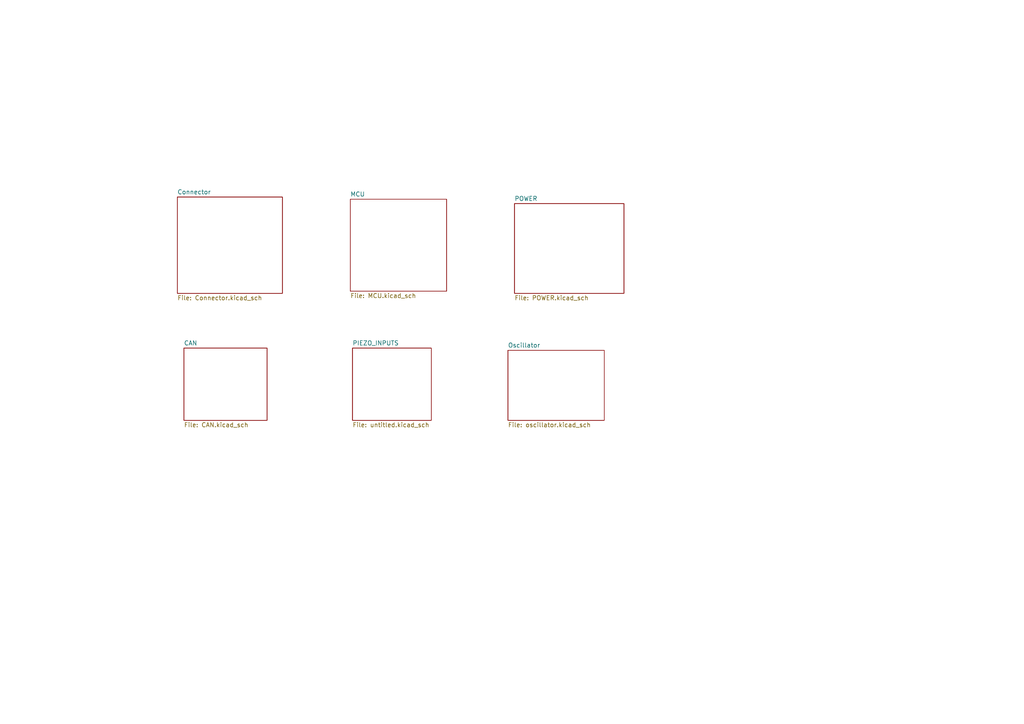
<source format=kicad_sch>
(kicad_sch
	(version 20231120)
	(generator "eeschema")
	(generator_version "8.0")
	(uuid "198a8b93-d4d2-4ece-a45e-b2e33298c67e")
	(paper "A4")
	(lib_symbols)
	(sheet
		(at 51.435 57.15)
		(size 30.48 27.94)
		(fields_autoplaced yes)
		(stroke
			(width 0.1524)
			(type solid)
		)
		(fill
			(color 0 0 0 0.0000)
		)
		(uuid "0c41c39c-5fa9-4f81-82a2-944d35a16623")
		(property "Sheetname" "Connector"
			(at 51.435 56.4384 0)
			(effects
				(font
					(size 1.27 1.27)
				)
				(justify left bottom)
			)
		)
		(property "Sheetfile" "Connector.kicad_sch"
			(at 51.435 85.6746 0)
			(effects
				(font
					(size 1.27 1.27)
				)
				(justify left top)
			)
		)
		(instances
			(project "TWINGO"
				(path "/198a8b93-d4d2-4ece-a45e-b2e33298c67e"
					(page "2")
				)
			)
		)
	)
	(sheet
		(at 101.6 57.785)
		(size 27.94 26.67)
		(fields_autoplaced yes)
		(stroke
			(width 0.1524)
			(type solid)
		)
		(fill
			(color 0 0 0 0.0000)
		)
		(uuid "37571e0b-f761-4a65-9c05-1eb79206c7fb")
		(property "Sheetname" "MCU"
			(at 101.6 57.0734 0)
			(effects
				(font
					(size 1.27 1.27)
				)
				(justify left bottom)
			)
		)
		(property "Sheetfile" "MCU.kicad_sch"
			(at 101.6 85.0396 0)
			(effects
				(font
					(size 1.27 1.27)
				)
				(justify left top)
			)
		)
		(instances
			(project "TWINGO"
				(path "/198a8b93-d4d2-4ece-a45e-b2e33298c67e"
					(page "3")
				)
			)
		)
	)
	(sheet
		(at 53.34 100.965)
		(size 24.13 20.955)
		(fields_autoplaced yes)
		(stroke
			(width 0.1524)
			(type solid)
		)
		(fill
			(color 0 0 0 0.0000)
		)
		(uuid "72e3cd6b-4308-480c-bda0-28d3416f0597")
		(property "Sheetname" "CAN"
			(at 53.34 100.2534 0)
			(effects
				(font
					(size 1.27 1.27)
				)
				(justify left bottom)
			)
		)
		(property "Sheetfile" "CAN.kicad_sch"
			(at 53.34 122.5046 0)
			(effects
				(font
					(size 1.27 1.27)
				)
				(justify left top)
			)
		)
		(instances
			(project "TWINGO"
				(path "/198a8b93-d4d2-4ece-a45e-b2e33298c67e"
					(page "5")
				)
			)
		)
	)
	(sheet
		(at 149.225 59.055)
		(size 31.75 26.035)
		(fields_autoplaced yes)
		(stroke
			(width 0.1524)
			(type solid)
		)
		(fill
			(color 0 0 0 0.0000)
		)
		(uuid "77654dcf-3e10-4064-ad4b-ca400858d965")
		(property "Sheetname" "POWER"
			(at 149.225 58.3434 0)
			(effects
				(font
					(size 1.27 1.27)
				)
				(justify left bottom)
			)
		)
		(property "Sheetfile" "POWER.kicad_sch"
			(at 149.225 85.6746 0)
			(effects
				(font
					(size 1.27 1.27)
				)
				(justify left top)
			)
		)
		(instances
			(project "TWINGO"
				(path "/198a8b93-d4d2-4ece-a45e-b2e33298c67e"
					(page "4")
				)
			)
		)
	)
	(sheet
		(at 147.32 101.6)
		(size 27.94 20.32)
		(fields_autoplaced yes)
		(stroke
			(width 0.1524)
			(type solid)
		)
		(fill
			(color 0 0 0 0.0000)
		)
		(uuid "9e64408f-ed0a-48f2-88cb-889a96f359e9")
		(property "Sheetname" "Oscillator"
			(at 147.32 100.8884 0)
			(effects
				(font
					(size 1.27 1.27)
				)
				(justify left bottom)
			)
		)
		(property "Sheetfile" "oscillator.kicad_sch"
			(at 147.32 122.5046 0)
			(effects
				(font
					(size 1.27 1.27)
				)
				(justify left top)
			)
		)
		(instances
			(project "TWINGO"
				(path "/198a8b93-d4d2-4ece-a45e-b2e33298c67e"
					(page "7")
				)
			)
		)
	)
	(sheet
		(at 102.235 100.965)
		(size 22.86 20.955)
		(fields_autoplaced yes)
		(stroke
			(width 0.1524)
			(type solid)
		)
		(fill
			(color 0 0 0 0.0000)
		)
		(uuid "f935783f-8ac8-4d3c-b2cd-f5e165d9de10")
		(property "Sheetname" "PIEZO_INPUTS"
			(at 102.235 100.2534 0)
			(effects
				(font
					(size 1.27 1.27)
				)
				(justify left bottom)
			)
		)
		(property "Sheetfile" "untitled.kicad_sch"
			(at 102.235 122.5046 0)
			(effects
				(font
					(size 1.27 1.27)
				)
				(justify left top)
			)
		)
		(instances
			(project "TWINGO"
				(path "/198a8b93-d4d2-4ece-a45e-b2e33298c67e"
					(page "6")
				)
			)
		)
	)
	(sheet_instances
		(path "/"
			(page "1")
		)
	)
)

</source>
